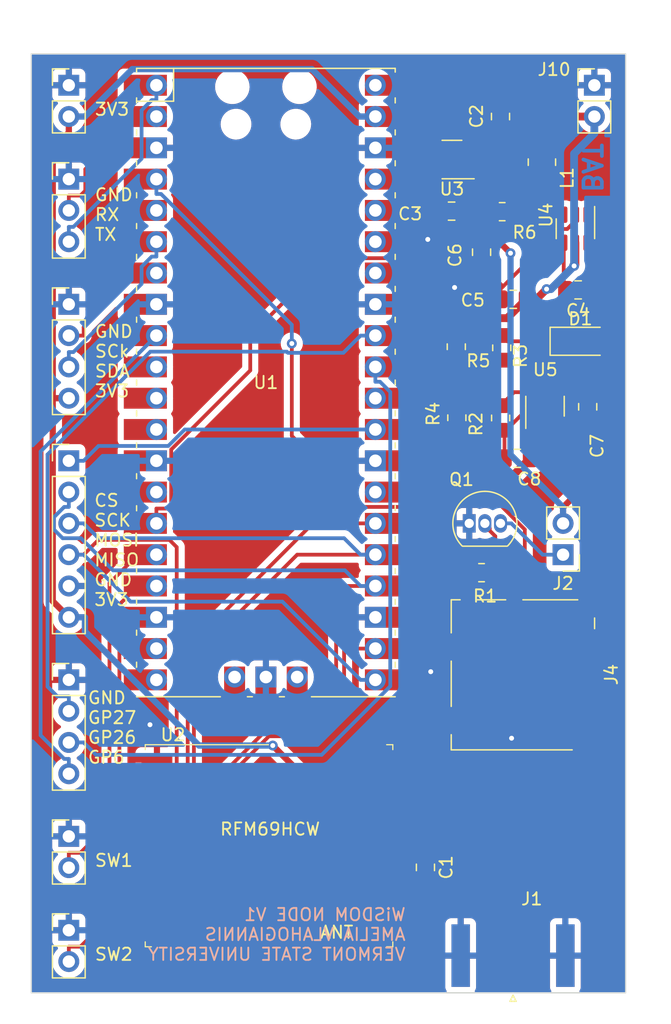
<source format=kicad_pcb>
(kicad_pcb (version 20221018) (generator pcbnew)
  (layers (0 "F.Cu" signal) (31 "B.Cu" signal) (34 "B.Paste" user) (35 "F.Paste" user) (36 "B.SilkS" user "B.Silkscreen") (37 "F.SilkS" user "F.Silkscreen") (38 "B.Mask" user) (39 "F.Mask" user) (44 "Edge.Cuts" user))
  (net 0 "")
  (net 1 "3V3")
  (net 2 "GND")
  (net 3 "Net-(U4-CPOS)")
  (net 4 "Net-(U4-CNEG)")
  (net 5 "Net-(U4-GND)")
  (net 6 "5V")
  (net 7 "CHG")
  (net 8 "Net-(U5-V_{SS})")
  (net 9 "BAT")
  (net 10 "Net-(D1-K)")
  (net 11 "/ANT")
  (net 12 "Net-(J2-Pin_1)")
  (net 13 "SD_CS")
  (net 14 "MOSI")
  (net 15 "SPI_SCK")
  (net 16 "MISO")
  (net 18 "UART_RX")
  (net 19 "UART_TX")
  (net 20 "I2C_SCK")
  (net 21 "I2C_SDA")
  (net 22 "SPI_CS")
  (net 23 "EXT_BTN")
  (net 24 "EXT_SW")
  (net 25 "GP27")
  (net 26 "GP26")
  (net 27 "GP6")
  (net 28 "Net-(U3-SW)")
  (net 29 "Net-(Q1-B)")
  (net 30 "TEROS_CTRL")
  (net 31 "Net-(U5-PROG)")
  (net 32 "Net-(U1-GPIO28_ADC2)")
  (net 33 "Net-(U1-GPIO11)")
  (net 34 "5V_CTRL")
  (net 42 "RFM_CS")
  (net 43 "RFM_RST")
  (footprint "RF_Module:HOPERF_RFM69HW" (layer "F.Cu") (at 70.104 115.062)
    (fp_text reference "U2")
    (fp_text value "RFM69HCW")
  )
  (footprint "Capacitor_SMD:C_0805_2012Metric_Pad1.18x1.45mm_HandSolder" (layer "F.Cu") (at 95.2029 69.9495 180)
    (fp_text reference "C4")
    (fp_text value "1uF" hide)
  )
  (footprint "Package_TO_SOT_SMD:SOT-23-6" (layer "F.Cu") (at 94.9824 64.9852 -90)
    (fp_text reference "U4")
    (fp_text value "CAT3200-5" hide)
  )
  (footprint "Resistor_SMD:R_0805_2012Metric_Pad1.20x1.40mm_HandSolder" (layer "F.Cu") (at 88.9115 80.3441 -90)
    (fp_text reference "R2")
    (fp_text value "2K" hide)
  )
  (footprint "PCM_Package_TO_SOT_THT_AKL:TO-92_Inline" (layer "F.Cu") (at 86.36 88.9)
    (fp_text reference "Q1")
    (fp_text value "2N3904" hide)
  )
  (footprint "Capacitor_SMD:C_0805_2012Metric_Pad1.18x1.45mm_HandSolder" (layer "F.Cu") (at 88.9 55.88 -90)
    (fp_text reference "C2")
    (fp_text value "10uF")
  )
  (footprint "Connector_Coaxial:SMA_Amphenol_132289_EdgeMount" (layer "F.Cu") (at 89.916 123.9805 90)
    (fp_text reference "J1")
    (fp_text value "Conn_Coaxial")
  )
  (footprint "Connector_PinHeader_2.54mm:PinHeader_1x02_P2.54mm_Vertical" (layer "F.Cu") (at 93.98 91.44 180)
    (fp_text reference "J2")
    (fp_text value "Conn_01x02_Pin" hide)
  )
  (footprint "Connector_PinHeader_2.54mm:PinHeader_1x02_P2.54mm_Vertical" (layer "F.Cu") (at 53.848 53.34)
    (fp_text reference "J3" hide)
    (fp_text value "Conn_01x02_Pin" hide)
  )
  (footprint "Connector_Card:microSD_HC_Molex_104031-0811" (layer "F.Cu") (at 90.7183 101.1709 -90)
    (fp_text reference "J4")
    (fp_text value "Micro_SD_Card" hide)
  )
  (footprint "Connector_PinHeader_2.54mm:PinHeader_1x03_P2.54mm_Vertical" (layer "F.Cu") (at 53.848 60.96)
    (fp_text reference "J5" hide)
    (fp_text value "Conn_01x03_Pin" hide)
  )
  (footprint "Package_TO_SOT_SMD:SOT-23-5" (layer "F.Cu") (at 92.5131 79.3891 90)
    (fp_text reference "U5")
    (fp_text value "MCP73831-2-OT" hide)
  )
  (footprint "Capacitor_SMD:C_0805_2012Metric_Pad1.18x1.45mm_HandSolder" (layer "F.Cu") (at 84.9288 63.5565 180)
    (fp_text reference "C3")
    (fp_text value "10uF" hide)
  )
  (footprint "Inductor_SMD:L_1008_2520Metric_Pad1.43x2.20mm_HandSolder" (layer "F.Cu") (at 92.2625 59.5825 -90)
    (fp_text reference "L1")
    (fp_text value "1uH" hide)
  )
  (footprint "Connector_PinHeader_2.54mm:PinHeader_1x04_P2.54mm_Vertical" (layer "F.Cu") (at 53.848 101.6)
    (fp_text reference "J11" hide)
    (fp_text value "Conn_01x04_Pin" hide)
  )
  (footprint "Resistor_SMD:R_0805_2012Metric_Pad1.20x1.40mm_HandSolder" (layer "F.Cu") (at 85.3548 80.325 90)
    (fp_text reference "R4")
    (fp_text value "470K" hide)
  )
  (footprint "Connector_PinHeader_2.54mm:PinHeader_1x02_P2.54mm_Vertical" (layer "F.Cu") (at 53.848 114.3)
    (fp_text reference "J8" hide)
    (fp_text value "Conn_01x02_Pin" hide)
  )
  (footprint "Connector_PinHeader_2.54mm:PinHeader_1x04_P2.54mm_Vertical" (layer "F.Cu") (at 53.848 71.12)
    (fp_text reference "J6" hide)
    (fp_text value "Conn_01x04_Pin" hide)
  )
  (footprint "Resistor_SMD:R_0805_2012Metric_Pad1.20x1.40mm_HandSolder" (layer "F.Cu") (at 87.36 92.9)
    (fp_text reference "R1")
    (fp_text value "1K" hide)
  )
  (footprint "Package_TO_SOT_SMD:TSOT-23-5" (layer "F.Cu") (at 84.9575 59.37 180)
    (fp_text reference "U3")
    (fp_text value "ADP2108AUJ-3.3" hide)
  )
  (footprint "Connector_PinHeader_2.54mm:PinHeader_1x02_P2.54mm_Vertical" (layer "F.Cu") (at 96.52 53.34)
    (fp_text reference "J10")
    (fp_text value "Conn_01x02_Pin")
  )
  (footprint "Connector_PinHeader_2.54mm:PinHeader_1x02_P2.54mm_Vertical" (layer "F.Cu") (at 53.848 121.92)
    (fp_text reference "J9" hide)
    (fp_text value "Conn_01x02_Pin" hide)
  )
  (footprint "LED_SMD:LED_1206_3216Metric_Pad1.42x1.75mm_HandSolder" (layer "F.Cu") (at 95.3875 74.12)
    (fp_text reference "D1")
    (fp_text value "LED" hide)
  )
  (footprint "MCU_RaspberryPi_and_Boards:RPi_Pico_SMD_TH" (layer "F.Cu") (at 69.85 77.47)
    (fp_text reference "U1")
    (fp_text value "Pico")
  )
  (footprint "Capacitor_SMD:C_0805_2012Metric_Pad1.18x1.45mm_HandSolder" (layer "F.Cu") (at 95.9797 79.4362 -90)
    (fp_text reference "C7")
    (fp_text value "4.7uF" hide)
  )
  (footprint "Capacitor_SMD:C_0805_2012Metric_Pad1.18x1.45mm_HandSolder" (layer "F.Cu") (at 82.804 116.8185 -90)
    (fp_text reference "C1")
    (fp_text value "0.1uF")
  )
  (footprint "Resistor_SMD:R_0805_2012Metric_Pad1.20x1.40mm_HandSolder" (layer "F.Cu") (at 85.3098 74.5623 90)
    (fp_text reference "R5")
    (fp_text value "470K" hide)
  )
  (footprint "Connector_PinHeader_2.54mm:PinHeader_1x06_P2.54mm_Vertical" (layer "F.Cu") (at 53.848 83.82)
    (fp_text reference "J7" hide)
    (fp_text value "Conn_01x06_Pin" hide)
  )
  (footprint "Resistor_SMD:R_0805_2012Metric_Pad1.20x1.40mm_HandSolder" (layer "F.Cu") (at 89.0015 74.6524 -90)
    (fp_text reference "R3")
    (fp_text value "470" hide)
  )
  (footprint "Capacitor_SMD:C_0805_2012Metric_Pad1.18x1.45mm_HandSolder" (layer "F.Cu") (at 87.3619 66.8901 -90)
    (fp_text reference "C6")
    (fp_text value "1uF" hide)
  )
  (footprint "Capacitor_SMD:C_0805_2012Metric_Pad1.18x1.45mm_HandSolder" (layer "F.Cu") (at 89.9335 70.7148 180)
    (fp_text reference "C5")
    (fp_text value "1uF" hide)
  )
  (footprint "Resistor_SMD:R_0805_2012Metric_Pad1.20x1.40mm_HandSolder" (layer "F.Cu") (at 89.0351 63.6015)
    (fp_text reference "R6")
    (fp_text value "10K" hide)
  )
  (footprint "Capacitor_SMD:C_0805_2012Metric_Pad1.18x1.45mm_HandSolder" (layer "F.Cu") (at 90.2601 83.6211 180)
    (fp_text reference "C8")
    (fp_text value "4.7uF" hide)
  )
  (gr_rect (start 50.8 50.8) (end 99.06 127) (stroke (width 0.1)) (fill none) (layer "Edge.Cuts"))
  (gr_text "5V SW" (at 98.393446 93.056154 90) (layer "F.Cu") (effects (font (size 1.5 1.5) (thickness 0.3) bold) (justify left bottom)))
  (gr_text "BAT" (at 95.43086 62.207971 -90) (layer "B.Cu") (effects (font (size 1.5 1.5) (thickness 0.3) bold) (justify left bottom mirror)))
  (gr_text "WiSDOM NODE V1\nAMELIA VLAHOGIANNIS\nVERMONT STATE UNIVERSITY" (at 81.28 124.46) (layer "B.SilkS") (effects (font (size 1 1)) (justify left bottom mirror)))
  (gr_text "ANT" (at 74.171866 122.669746) (layer "F.SilkS") (effects (font (size 1 1)) (justify left bottom)))
  (gr_text "GND\nRX\nTX" (at 55.88 66.04) (layer "F.SilkS") (effects (font (size 1 1)) (justify left bottom)))
  (gr_text "GND\nSCk\nSDA\n3V3\n" (at 55.88 78.74) (layer "F.SilkS") (effects (font (size 1 1)) (justify left bottom)))
  (gr_text "RFM69HCW" (at 66.04 114.3) (layer "F.SilkS") (effects (font (size 1 1)) (justify left bottom)))
  (gr_text "SW1\n" (at 55.88 116.84) (layer "F.SilkS") (effects (font (size 1 1)) (justify left bottom)))
  (gr_text "SW2" (at 55.88 124.46) (layer "F.SilkS") (effects (font (size 1 1)) (justify left bottom)))
  (gr_text "3V3" (at 55.88 55.88) (layer "F.SilkS") (effects (font (size 1 1)) (justify left bottom)))
  (gr_text "GND\nGP27\nGP26\nGP6\n" (at 55.31539 108.471648) (layer "F.SilkS") (effects (font (size 1 1)) (justify left bottom)))
  (gr_text "CS\nSCK\nMOSI\nMISO\nGND\n3V3" (at 55.832949 95.673829) (layer "F.SilkS") (effects (font (size 1 1)) (justify left bottom)))
  (segment (start 83.7998 61.828) (end 82.675 60.7032) (width 0.508) (layer "F.Cu") (net 1))
  (segment (start 79.204 114.062) (end 77.4981 114.062) (width 0.508) (layer "F.Cu") (net 1))
  (segment (start 87.7371 61.7857) (end 91.2218 61.7857) (width 0.508) (layer "F.Cu") (net 1))
  (segment (start 77.4981 114.0192) (end 70.4089 106.93) (width 0.508) (layer "F.Cu") (net 1))
  (segment (start 52.5421 58.4918) (end 53.848 57.1859) (width 0.508) (layer "F.Cu") (net 1))
  (segment (start 83.3835 58.8565) (end 83.82 58.42) (width 0.508) (layer "F.Cu") (net 1))
  (segment (start 52.5421 95.2141) (end 52.5421 78.74) (width 0.508) (layer "F.Cu") (net 1))
  (segment (start 91.2218 61.7857) (end 92.2625 60.745) (width 0.508) (layer "F.Cu") (net 1))
  (segment (start 52.5421 78.74) (end 52.5421 58.4918) (width 0.508) (layer "F.Cu") (net 1))
  (segment (start 53.848 55.88) (end 53.848 57.1859) (width 0.508) (layer "F.Cu") (net 1))
  (segment (start 79.8791 114.062) (end 79.204 114.062) (width 0.508) (layer "F.Cu") (net 1))
  (segment (start 82.675 59.565) (end 83.3835 58.8565) (width 0.508) (layer "F.Cu") (net 1))
  (segment (start 97.1742 107.7031) (end 89.0963 115.781) (width 0.508) (layer "F.Cu") (net 1))
  (segment (start 82.675 60.7032) (end 82.675 59.565) (width 0.508) (layer "F.Cu") (net 1))
  (segment (start 81.0851 114.0621) (end 80.9099 114.0621) (width 0.508) (layer "F.Cu") (net 1))
  (segment (start 89.0963 115.781) (end 82.804 115.781) (width 0.508) (layer "F.Cu") (net 1))
  (segment (start 78.74 55.88) (end 80.407 55.88) (width 0.508) (layer "F.Cu") (net 1))
  (segment (start 82.804 115.781) (end 81.0851 114.0621) (width 0.508) (layer "F.Cu") (net 1))
  (segment (start 79.8791 114.062) (end 80.9099 114.062) (width 0.508) (layer "F.Cu") (net 1))
  (segment (start 53.848 78.74) (end 52.5421 78.74) (width 0.508) (layer "F.Cu") (net 1))
  (segment (start 84.2378 61.828) (end 83.7998 61.828) (width 0.508) (layer "F.Cu") (net 1))
  (segment (start 80.9099 114.0621) (end 80.9099 114.062) (width 0.508) (layer "F.Cu") (net 1))
  (segment (start 77.4981 114.062) (end 77.4981 114.0192) (width 0.508) (layer "F.Cu") (net 1))
  (segment (start 96.1683 101.3659) (end 97.1742 101.3659) (width 0.508) (layer "F.Cu") (net 1))
  (segment (start 80.407 55.88) (end 83.3835 58.8565) (width 0.508) (layer "F.Cu") (net 1))
  (segment (start 97.1742 101.3659) (end 97.1742 107.7031) (width 0.508) (layer "F.Cu") (net 1))
  (segment (start 85.9663 63.5565) (end 84.2378 61.828) (width 0.508) (layer "F.Cu") (net 1))
  (segment (start 53.848 96.52) (end 52.5421 95.2141) (width 0.508) (layer "F.Cu") (net 1))
  (segment (start 85.9663 63.5565) (end 87.7371 61.7857) (width 0.508) (layer "F.Cu") (net 1))
  (via (at 70.4089 106.93) (size 0.8) (drill 0.4) (layers "F.Cu" "B.Cu") (net 1))
  (segment (start 53.848 55.88) (end 55.1539 55.88) (width 0.508) (layer "B.Cu") (net 1))
  (segment (start 53.848 96.52) (end 55.1539 96.52) (width 0.508) (layer "B.Cu") (net 1))
  (segment (start 55.1539 96.52) (end 55.1539 97.6627) (width 0.508) (layer "B.Cu") (net 1))
  (segment (start 55.1539 55.88) (end 59.0006 52.0333) (width 0.508) (layer "B.Cu") (net 1))
  (segment (start 78.74 55.88) (end 77.4341 55.88) (width 0.508) (layer "B.Cu") (net 1))
  (segment (start 59.0006 52.0333) (end 73.5874 52.0333) (width 0.508) (layer "B.Cu") (net 1))
  (segment (start 64.4212 106.93) (end 70.4089 106.93) (width 0.508) (layer "B.Cu") (net 1))
  (segment (start 73.5874 52.0333) (end 77.4341 55.88) (width 0.508) (layer "B.Cu") (net 1))
  (segment (start 55.1539 97.6627) (end 64.4212 106.93) (width 0.508) (layer "B.Cu") (net 1))
  (via (at 85.170626 69.754222) (size 0.8) (drill 0.4) (layers "F.Cu" "B.Cu") (net 2))
  (via (at 60.43858 105.239331) (size 0.8) (drill 0.4) (layers "F.Cu" "B.Cu") (net 2))
  (via (at 82.994617 65.852413) (size 0.8) (drill 0.4) (layers "F.Cu" "B.Cu") (net 2))
  (via (at 89.798132 106.33609) (size 0.8) (drill 0.4) (layers "F.Cu" "B.Cu") (net 2))
  (via (at 83.234512 100.935869) (size 0.8) (drill 0.4) (layers "F.Cu" "B.Cu") (net 2))
  (segment (start 96.2404 66.4307) (end 96.2404 69.9495) (width 0.3048) (layer "F.Cu") (net 3))
  (segment (start 95.9324 66.1227) (end 96.2404 66.4307) (width 0.3048) (layer "F.Cu") (net 3))
  (segment (start 94.0324 66.1227) (end 94.0324 69.8165) (width 0.3048) (layer "F.Cu") (net 4))
  (segment (start 94.0324 69.8165) (end 94.1654 69.9495) (width 0.3048) (layer "F.Cu") (net 4))
  (segment (start 89.1053 69.671) (end 88.896 69.8803) (width 0.3048) (layer "F.Cu") (net 5))
  (segment (start 93.768 65.0083) (end 94.3147 65.0083) (width 0.3048) (layer "F.Cu") (net 5))
  (segment (start 89.1053 69.671) (end 93.768 65.0083) (width 0.3048) (layer "F.Cu") (net 5))
  (segment (start 88.896 69.8803) (end 88.896 70.7148) (width 0.3048) (layer "F.Cu") (net 5))
  (segment (start 94.3147 65.0083) (end 94.9824 64.3406) (width 0.3048) (layer "F.Cu") (net 5))
  (segment (start 89.1053 69.671) (end 87.3619 67.9276) (width 0.3048) (layer "F.Cu") (net 5))
  (segment (start 94.9824 64.3406) (end 94.9824 63.8477) (width 0.3048) (layer "F.Cu") (net 5))
  (segment (start 93.98 87.5941) (end 98.0481 83.526) (width 0.508) (layer "F.Cu") (net 6))
  (segment (start 98.0481 83.526) (end 98.0481 65.9634) (width 0.508) (layer "F.Cu") (net 6))
  (segment (start 98.0481 65.9634) (end 95.9324 63.8477) (width 0.508) (layer "F.Cu") (net 6))
  (segment (start 89.7124 66.9697) (end 88.5953 65.8526) (width 0.508) (layer "F.Cu") (net 6))
  (segment (start 93.98 88.9) (end 93.98 87.5941) (width 0.508) (layer "F.Cu") (net 6))
  (segment (start 88.5953 65.8526) (end 87.3619 65.8526) (width 0.508) (layer "F.Cu") (net 6))
  (via (at 89.7124 66.9697) (size 0.8) (drill 0.4) (layers "F.Cu" "B.Cu") (net 6))
  (segment (start 89.7124 83.3265) (end 89.7124 66.9697) (width 0.508) (layer "B.Cu") (net 6))
  (segment (start 93.98 88.9) (end 93.98 87.5941) (width 0.508) (layer "B.Cu") (net 6))
  (segment (start 93.98 87.5941) (end 89.7124 83.3265) (width 0.508) (layer "B.Cu") (net 6))
  (segment (start 96.875 77.3563) (end 96.875 74.12) (width 0.635) (layer "F.Cu") (net 7))
  (segment (start 95.9797 78.2516) (end 96.875 77.3563) (width 0.635) (layer "F.Cu") (net 7))
  (segment (start 95.9797 78.2516) (end 95.9797 78.3987) (width 0.635) (layer "F.Cu") (net 7))
  (segment (start 93.4631 78.2516) (end 95.9797 78.2516) (width 0.635) (layer "F.Cu") (net 7))
  (segment (start 91.961 79.5079) (end 92.5131 80.06) (width 0.3048) (layer "F.Cu") (net 8))
  (segment (start 89.0351 81.4677) (end 89.2226 81.4677) (width 0.3048) (layer "F.Cu") (net 8))
  (segment (start 88.9115 81.3441) (end 89.0351 81.4677) (width 0.3048) (layer "F.Cu") (net 8))
  (segment (start 89.2226 81.4677) (end 89.2226 83.6211) (width 0.3048) (layer "F.Cu") (net 8))
  (segment (start 91.1824 79.5079) (end 91.961 79.5079) (width 0.3048) (layer "F.Cu") (net 8))
  (segment (start 94.979 79.473) (end 95.9797 80.4737) (width 0.3048) (layer "F.Cu") (net 8))
  (segment (start 92.5131 80.5266) (end 92.5131 80.06) (width 0.3048) (layer "F.Cu") (net 8))
  (segment (start 92.5131 80.06) (end 93.1001 79.473) (width 0.3048) (layer "F.Cu") (net 8))
  (segment (start 93.1001 79.473) (end 94.979 79.473) (width 0.3048) (layer "F.Cu") (net 8))
  (segment (start 89.2226 81.4677) (end 91.1824 79.5079) (width 0.3048) (layer "F.Cu") (net 8))
  (segment (start 85.3548 81.6566) (end 85.3548 81.325) (width 0.635) (layer "F.Cu") (net 9))
  (segment (start 86.095 58.42) (end 86.095 57.7351) (width 0.635) (layer "F.Cu") (net 9))
  (segment (start 88.5168 72.2426) (end 89.4432 72.2426) (width 0.635) (layer "F.Cu") (net 9))
  (segment (start 90.971 70.7148) (end 91.8104 70.7148) (width 0.635) (layer "F.Cu") (net 9))
  (segment (start 92.9545 81.7319) (end 93.4631 81.2233) (width 0.635) (layer "F.Cu") (net 9))
  (segment (start 91.5631 81.7319) (end 91.5631 83.3556) (width 0.635) (layer "F.Cu") (net 9))
  (segment (start 94.2007 54.9301) (end 95.1506 55.88) (width 0.635) (layer "F.Cu") (net 9))
  (segment (start 85.459 60.32) (end 86.095 60.32) (width 0.601) (layer "F.Cu") (net 9))
  (segment (start 94.9824 67.8973) (end 94.9824 66.1227) (width 0.635) (layer "F.Cu") (net 9))
  (segment (start 88.6045 84.9063) (end 85.3548 81.6566) (width 0.635) (layer "F.Cu") (net 9))
  (segment (start 94.8751 68.0046) (end 94.9824 67.8973) (width 0.635) (layer "F.Cu") (net 9))
  (segment (start 87.1331 77.5208) (end 87.1331 79.5467) (width 0.635) (layer "F.Cu") (net 9))
  (segment (start 86.095 57.7351) (end 88.9 54.9301) (width 0.635) (layer "F.Cu") (net 9))
  (segment (start 89.0015 75.6524) (end 87.1331 77.5208) (width 0.635) (layer "F.Cu") (net 9))
  (segment (start 93.4631 81.2233) (end 93.4631 80.5266) (width 0.635) (layer "F.Cu") (net 9))
  (segment (start 88.9 54.9301) (end 88.9 54.8425) (width 0.635) (layer "F.Cu") (net 9))
  (segment (start 91.8104 70.7148) (end 92.6408 69.8844) (width 0.635) (layer "F.Cu") (net 9))
  (segment (start 84.8841 59.5177) (end 84.6117 59.2453) (width 0.635) (layer "F.Cu") (net 9))
  (segment (start 85.437 58.42) (end 86.095 58.42) (width 0.601) (layer "F.Cu") (net 9))
  (segment (start 88.9 54.9301) (end 94.2007 54.9301) (width 0.635) (layer "F.Cu") (net 9))
  (segment (start 84.6117 59.2453) (end 85.437 58.42) (width 0.601) (layer "F.Cu") (net 9))
  (segment (start 87.1331 79.5467) (end 85.3548 81.325) (width 0.635) (layer "F.Cu") (net 9))
  (segment (start 91.5631 83.3556) (end 91.2976 83.6211) (width 0.635) (layer "F.Cu") (net 9))
  (segment (start 84.8841 59.7451) (end 85.459 60.32) (width 0.601) (layer "F.Cu") (net 9))
  (segment (start 96.52 55.88) (end 95.1506 55.88) (width 0.635) (layer "F.Cu") (net 9))
  (segment (start 84.8841 59.7359) (end 84.8841 59.7451) (width 0.601) (layer "F.Cu") (net 9))
  (segment (start 87.7546 74.4055) (end 87.7546 73.0048) (width 0.635) (layer "F.Cu") (net 9))
  (segment (start 91.5631 81.7319) (end 92.9545 81.7319) (width 0.635) (layer "F.Cu") (net 9))
  (segment (start 91.2976 83.6211) (end 90.0124 84.9063) (width 0.635) (layer "F.Cu") (net 9))
  (segment (start 90.0124 84.9063) (end 88.6045 84.9063) (width 0.635) (layer "F.Cu") (net 9))
  (segment (start 89.4432 72.2426) (end 90.971 70.7148) (width 0.635) (layer "F.Cu") (net 9))
  (segment (start 87.7546 73.0048) (end 88.5168 72.2426) (width 0.635) (layer "F.Cu") (net 9))
  (segment (start 91.5631 81.7319) (end 91.5631 80.5266) (width 0.635) (layer "F.Cu") (net 9))
  (segment (start 84.8841 59.7359) (end 84.8841 59.5177) (width 0.635) (layer "F.Cu") (net 9))
  (segment (start 89.0015 75.6524) (end 87.7546 74.4055) (width 0.635) (layer "F.Cu") (net 9))
  (via (at 94.8751 68.0046) (size 0.8) (drill 0.4) (layers "F.Cu" "B.Cu") (net 9))
  (via (at 92.6408 69.8844) (size 0.8) (drill 0.4) (layers "F.Cu" "B.Cu") (net 9))
  (segment (start 92.9953 69.8844) (end 94.8751 68.0046) (width 0.635) (layer "B.Cu") (net 9))
  (segment (start 96.52 57.2494) (end 94.8751 58.8943) (width 0.635) (layer "B.Cu") (net 9))
  (segment (start 94.8751 58.8943) (end 94.8751 68.0046) (width 0.635) (layer "B.Cu") (net 9))
  (segment (start 96.52 55.88) (end 96.52 57.2494) (width 0.635) (layer "B.Cu") (net 9))
  (segment (start 92.6408 69.8844) (end 92.9953 69.8844) (width 0.635) (layer "B.Cu") (net 9))
  (segment (start 89.4691 74.12) (end 89.0015 73.6524) (width 0.3048) (layer "F.Cu") (net 10))
  (segment (start 93.9 74.12) (end 89.4691 74.12) (width 0.3048) (layer "F.Cu") (net 10))
  (segment (start 89.916 123.9805) (end 89.916 119.38) (width 0.635) (layer "F.Cu") (net 11))
  (segment (start 81.7877 122.062) (end 79.204 122.062) (width 0.635) (layer "F.Cu") (net 11))
  (segment (start 89.916 119.38) (end 84.4697 119.38) (width 0.635) (layer "F.Cu") (net 11))
  (segment (start 84.4697 119.38) (end 81.7877 122.062) (width 0.635) (layer "F.Cu") (net 11))
  (segment (start 93.98 91.44) (end 92.3193 91.44) (width 0.3048) (layer "B.Cu") (net 12))
  (segment (start 88.9 88.9) (end 89.7793 88.9) (width 0.3048) (layer "B.Cu") (net 12))
  (segment (start 92.3193 91.44) (end 89.7793 88.9) (width 0.3048) (layer "B.Cu") (net 12))
  (segment (start 96.1683 99.1659) (end 95.264 99.1659) (width 0.3048) (layer "F.Cu") (net 13))
  (segment (start 90.8711 94.2508) (end 95.264 98.6437) (width 0.3048) (layer "F.Cu") (net 13))
  (segment (start 87.8382 86.36) (end 90.8711 89.3929) (width 0.3048) (layer "F.Cu") (net 13))
  (segment (start 90.8711 89.3929) (end 90.8711 94.2508) (width 0.3048) (layer "F.Cu") (net 13))
  (segment (start 78.74 86.36) (end 87.8382 86.36) (width 0.3048) (layer "F.Cu") (net 13))
  (segment (start 95.264 98.6437) (end 95.264 99.1659) (width 0.3048) (layer "F.Cu") (net 13))
  (segment (start 86.9527 94.3946) (end 86.159 94.3946) (width 0.3048) (layer "F.Cu") (net 14))
  (segment (start 92.824 100.2659) (end 86.9527 94.3946) (width 0.3048) (layer "F.Cu") (net 14))
  (segment (start 83.8065 92.0421) (end 78.74 92.0421) (width 0.3048) (layer "F.Cu") (net 14))
  (segment (start 64.0048 110.126395) (end 64.0048 99.8252) (width 0.3048) (layer "F.Cu") (net 14))
  (segment (start 61.004 112.062) (end 62.069195 112.062) (width 0.3048) (layer "F.Cu") (net 14))
  (segment (start 62.069195 112.062) (end 64.0048 110.126395) (width 0.3048) (layer "F.Cu") (net 14))
  (segment (start 64.0048 99.8252) (end 72.39 91.44) (width 0.3048) (layer "F.Cu") (net 14))
  (segment (start 96.1683 100.2659) (end 92.824 100.2659) (width 0.3048) (layer "F.Cu") (net 14))
  (segment (start 72.39 91.44) (end 78.74 91.44) (width 0.3048) (layer "F.Cu") (net 14))
  (segment (start 86.159 94.3946) (end 83.8065 92.0421) (width 0.3048) (layer "F.Cu") (net 14))
  (segment (start 78.74 91.44) (end 78.74 92.0421) (width 0.3048) (layer "F.Cu") (net 14))
  (segment (start 78.74 91.44) (end 77.5357 91.44) (width 0.3048) (layer "B.Cu") (net 14))
  (segment (start 76.2 90.1043) (end 77.5357 91.44) (width 0.3048) (layer "B.Cu") (net 14))
  (segment (start 55.0523 88.9) (end 56.2566 90.1043) (width 0.3048) (layer "B.Cu") (net 14))
  (segment (start 56.2566 90.1043) (end 76.2 90.1043) (width 0.3048) (layer "B.Cu") (net 14))
  (segment (start 53.848 88.9) (end 55.0523 88.9) (width 0.3048) (layer "B.Cu") (net 14))
  (segment (start 73.657554 104.12055) (end 75.554052 102.224052) (width 0.3048) (layer "F.Cu") (net 15))
  (segment (start 61.004 114.062) (end 61.4929 114.062) (width 0.3048) (layer "F.Cu") (net 15))
  (segment (start 75.554052 102.224052) (end 75.554052 94.625948) (width 0.3048) (layer "F.Cu") (net 15))
  (segment (start 78.74 93.98) (end 78.74 94.5821) (width 0.3048) (layer "F.Cu") (net 15))
  (segment (start 69.886 105.6689) (end 72.0922 105.6689) (width 0.3048) (layer "F.Cu") (net 15))
  (segment (start 72.0922 105.6689) (end 73.64055 104.12055) (width 0.3048) (layer "F.Cu") (net 15))
  (segment (start 75.554052 94.625948) (end 76.2 93.98) (width 0.3048) (layer "F.Cu") (net 15))
  (segment (start 73.64055 104.12055) (end 73.657554 104.12055) (width 0.3048) (layer "F.Cu") (net 15))
  (segment (start 78.74 94.5821) (end 83.1402 94.5821) (width 0.3048) (layer "F.Cu") (net 15))
  (segment (start 83.1402 94.5821) (end 91.024 102.4659) (width 0.3048) (layer "F.Cu") (net 15))
  (segment (start 61.4929 114.062) (end 69.886 105.6689) (width 0.3048) (layer "F.Cu") (net 15))
  (segment (start 73.64055 104.12055) (end 73.7666 103.9945) (width 0.3048) (layer "F.Cu") (net 15))
  (segment (start 91.024 102.4659) (end 96.1683 102.4659) (width 0.3048) (layer "F.Cu") (net 15))
  (segment (start 76.2 93.98) (end 78.74 93.98) (width 0.3048) (layer "F.Cu") (net 15))
  (segment (start 57.4421 92.7096) (end 54.8368 90.1043) (width 0.3048) (layer "B.Cu") (net 15))
  (segment (start 53.848 86.36) (end 53.848 87.5643) (width 0.3048) (layer "B.Cu") (net 15))
  (segment (start 78.74 93.98) (end 77.5357 93.98) (width 0.3048) (layer "B.Cu") (net 15))
  (segment (start 76.2653 92.7096) (end 57.4421 92.7096) (width 0.3048) (layer "B.Cu") (net 15))
  (segment (start 53.3477 90.1043) (end 52.634 89.3906) (width 0.3048) (layer "B.Cu") (net 15))
  (segment (start 53.4717 87.5643) (end 53.848 87.5643) (width 0.3048) (layer "B.Cu") (net 15))
  (segment (start 54.8368 90.1043) (end 53.3477 90.1043) (width 0.3048) (layer "B.Cu") (net 15))
  (segment (start 52.634 89.3906) (end 52.634 88.402) (width 0.3048) (layer "B.Cu") (net 15))
  (segment (start 77.5357 93.98) (end 76.2653 92.7096) (width 0.3048) (layer "B.Cu") (net 15))
  (segment (start 52.634 88.402) (end 53.4717 87.5643) (width 0.3048) (layer "B.Cu") (net 15))
  (segment (start 89.182493 104.6659) (end 96.1683 104.6659) (width 0.3048) (layer "F.Cu") (net 16))
  (segment (start 79.9443 101.6) (end 81.585 103.2407) (width 0.3048) (layer "F.Cu") (net 16))
  (segment (start 62.6083 90.8279) (end 62.0161 90.2357) (width 0.3048) (layer "F.Cu") (net 16))
  (segment (start 56.2566 90.2357) (end 55.0523 91.44) (width 0.3048) (layer "F.Cu") (net 16))
  (segment (start 87.757293 103.2407) (end 89.182493 104.6659) (width 0.3048) (layer "F.Cu") (net 16))
  (segment (start 62.6083 110.062) (end 62.6083 90.8279) (width 0.3048) (layer "F.Cu") (net 16))
  (segment (start 81.585 103.2407) (end 87.757293 103.2407) (width 0.3048) (layer "F.Cu") (net 16))
  (segment (start 78.74 101.6) (end 79.9443 101.6) (width 0.3048) (layer "F.Cu") (net 16))
  (segment (start 53.848 91.44) (end 55.0523 91.44) (width 0.3048) (layer "F.Cu") (net 16))
  (segment (start 62.0161 90.2357) (end 56.2566 90.2357) (width 0.3048) (layer "F.Cu") (net 16))
  (segment (start 61.004 110.062) (end 62.6083 110.062) (width 0.3048) (layer "F.Cu") (net 16))
  (segment (start 58.8624 95.2501) (end 55.0523 91.44) (width 0.3048) (layer "B.Cu") (net 16))
  (segment (start 78.74 101.6) (end 77.5357 101.6) (width 0.3048) (layer "B.Cu") (net 16))
  (segment (start 53.848 91.44) (end 55.0523 91.44) (width 0.3048) (layer "B.Cu") (net 16))
  (segment (start 77.5357 101.6) (end 71.1858 95.2501) (width 0.3048) (layer "B.Cu") (net 16))
  (segment (start 71.1858 95.2501) (end 58.8624 95.2501) (width 0.3048) (layer "B.Cu") (net 16))
  (segment (start 54.7878 62.2957) (end 53.848 62.2957) (width 0.3048) (layer "F.Cu") (net 18))
  (segment (start 59.4586 55.88) (end 55.1852 60.1534) (width 0.3048) (layer "F.Cu") (net 18))
  (segment (start 53.848 63.5) (end 53.848 62.2957) (width 0.3048) (layer "F.Cu") (net 18))
  (segment (start 55.1852 60.1534) (end 55.1852 61.8983) (width 0.3048) (layer "F.Cu") (net 18))
  (segment (start 55.1852 61.8983) (end 54.7878 62.2957) (width 0.3048) (layer "F.Cu") (net 18))
  (segment (start 60.96 55.88) (end 59.4586 55.88) (width 0.3048) (layer "F.Cu") (net 18))
  (segment (start 53.848 66.04) (end 53.848 64.8357) (width 0.3048) (layer "B.Cu") (net 19))
  (segment (start 59.7557 59.3023) (end 54.2223 64.8357) (width 0.3048) (layer "B.Cu") (net 19))
  (segment (start 59.7557 55.3722) (end 59.7557 59.3023) (width 0.3048) (layer "B.Cu") (net 19))
  (segment (start 60.5836 54.5443) (end 59.7557 55.3722) (width 0.3048) (layer "B.Cu") (net 19))
  (segment (start 54.2223 64.8357) (end 53.848 64.8357) (width 0.3048) (layer "B.Cu") (net 19))
  (segment (start 60.96 54.5443) (end 60.5836 54.5443) (width 0.3048) (layer "B.Cu") (net 19))
  (segment (start 60.96 53.34) (end 60.96 54.5443) (width 0.3048) (layer "B.Cu") (net 19))
  (segment (start 60.96 68.58) (end 59.4569 68.58) (width 0.3048) (layer "F.Cu") (net 20))
  (segment (start 59.4569 68.58) (end 55.0523 72.9846) (width 0.3048) (layer "F.Cu") (net 20))
  (segment (start 55.0523 72.9846) (end 55.0523 73.66) (width 0.3048) (layer "F.Cu") (net 20))
  (segment (start 53.848 73.66) (end 55.0523 73.66) (width 0.3048) (layer "F.Cu") (net 20))
  (segment (start 59.7557 69.4623) (end 54.2223 74.9957) (width 0.3048) (layer "B.Cu") (net 21))
  (segment (start 60.96 67.2443) (end 60.5836 67.2443) (width 0.3048) (layer "B.Cu") (net 21))
  (segment (start 60.5836 67.2443) (end 59.7557 68.0722) (width 0.3048) (layer "B.Cu") (net 21))
  (segment (start 54.2223 74.9957) (end 53.848 74.9957) (width 0.3048) (layer "B.Cu") (net 21))
  (segment (start 60.96 66.04) (end 60.96 67.2443) (width 0.3048) (layer "B.Cu") (net 21))
  (segment (start 59.7557 68.0722) (end 59.7557 69.4623) (width 0.3048) (layer "B.Cu") (net 21))
  (segment (start 53.848 76.2) (end 53.848 74.9957) (width 0.3048) (layer "B.Cu") (net 21))
  (segment (start 61.9263 82.6157) (end 63.262 81.28) (width 0.3048) (layer "B.Cu") (net 22))
  (segment (start 63.262 81.28) (end 77.5357 81.28) (width 0.3048) (layer "B.Cu") (net 22))
  (segment (start 78.74 81.28) (end 77.5357 81.28) (width 0.3048) (layer "B.Cu") (net 22))
  (segment (start 56.2566 82.6157) (end 61.9263 82.6157) (width 0.3048) (layer "B.Cu") (net 22))
  (segment (start 53.848 83.82) (end 55.0523 83.82) (width 0.3048) (layer "B.Cu") (net 22))
  (segment (start 55.0523 83.82) (end 56.2566 82.6157) (width 0.3048) (layer "B.Cu") (net 22))
  (segment (start 57.15 93.7486) (end 57.15 113.2735) (width 0.3048) (layer "F.Cu") (net 23))
  (segment (start 60.96 91.44) (end 59.4586 91.44) (width 0.3048) (layer "F.Cu") (net 23))
  (segment (start 53.848 115.6357) (end 53.848 116.84) (width 0.3048) (layer "F.Cu") (net 23))
  (segment (start 59.4586 91.44) (end 57.15 93.7486) (width 0.3048) (layer "F.Cu") (net 23))
  (segment (start 57.15 113.2735) (end 54.7878 115.6357) (width 0.3048) (layer "F.Cu") (net 23))
  (segment (start 54.7878 115.6357) (end 53.848 115.6357) (width 0.3048) (layer "F.Cu") (net 23))
  (segment (start 54.7878 123.2557) (end 53.848 123.2557) (width 0.3048) (layer "F.Cu") (net 24))
  (segment (start 59.4586 93.98) (end 57.9557 95.4829) (width 0.3048) (layer "F.Cu") (net 24))
  (segment (start 57.9557 120.0878) (end 54.7878 123.2557) (width 0.3048) (layer "F.Cu") (net 24))
  (segment (start 53.848 124.46) (end 53.848 123.2557) (width 0.3048) (layer "F.Cu") (net 24))
  (segment (start 57.9557 95.4829) (end 57.9557 120.0878) (width 0.3048) (layer "F.Cu") (net 24))
  (segment (start 60.96 93.98) (end 59.4586 93.98) (width 0.3048) (layer "F.Cu") (net 24))
  (segment (start 53.848 104.14) (end 53.848 102.9357) (width 0.3048) (layer "B.Cu") (net 25))
  (segment (start 53.848 102.9357) (end 52.9081 102.9357) (width 0.3048) (layer "B.Cu") (net 25))
  (segment (start 78.74 73.66) (end 77.5357 73.66) (width 0.3048) (layer "B.Cu") (net 25))
  (segment (start 52.1193 83.3086) (end 60.4674 74.9605) (width 0.3048) (layer "B.Cu") (net 25))
  (segment (start 71.6411 75.0567) (end 76.139 75.0567) (width 0.3048) (layer "B.Cu") (net 25))
  (segment (start 60.4674 74.9605) (end 71.5449 74.9605) (width 0.3048) (layer "B.Cu") (net 25))
  (segment (start 52.9081 102.9357) (end 52.1193 102.1469) (width 0.3048) (layer "B.Cu") (net 25))
  (segment (start 76.139 75.0567) (end 77.5357 73.66) (width 0.3048) (layer "B.Cu") (net 25))
  (segment (start 52.1193 102.1469) (end 52.1193 83.3086) (width 0.3048) (layer "B.Cu") (net 25))
  (segment (start 71.5449 74.9605) (end 71.6411 75.0567) (width 0.3048) (layer "B.Cu") (net 25))
  (segment (start 74.3792 107.6843) (end 79.948 102.1155) (width 0.3048) (layer "B.Cu") (net 26))
  (segment (start 79.948 102.1155) (end 79.948 78.236) (width 0.3048) (layer "B.Cu") (net 26))
  (segment (start 55.0523 106.68) (end 56.0566 107.6843) (width 0.3048) (layer "B.Cu") (net 26))
  (segment (start 53.848 106.68) (end 55.0523 106.68) (width 0.3048) (layer "B.Cu") (net 26))
  (segment (start 79.948 78.236) (end 79.1163 77.4043) (width 0.3048) (layer "B.Cu") (net 26))
  (segment (start 78.74 76.2) (end 78.74 77.4043) (width 0.3048) (layer "B.Cu") (net 26))
  (segment (start 56.0566 107.6843) (end 74.3792 107.6843) (width 0.3048) (layer "B.Cu") (net 26))
  (segment (start 79.1163 77.4043) (end 78.74 77.4043) (width 0.3048) (layer "B.Cu") (net 26))
  (segment (start 51.5569 83.0631) (end 51.5569 106.0989) (width 0.3048) (layer "B.Cu") (net 27))
  (segment (start 53.4737 108.0157) (end 53.848 108.0157) (width 0.3048) (layer "B.Cu") (net 27))
  (segment (start 53.848 109.22) (end 53.848 108.0157) (width 0.3048) (layer "B.Cu") (net 27))
  (segment (start 51.5569 106.0989) (end 53.4737 108.0157) (width 0.3048) (layer "B.Cu") (net 27))
  (segment (start 60.96 73.66) (end 51.5569 83.0631) (width 0.3048) (layer "B.Cu") (net 27))
  (segment (start 89.7076 60.9749) (end 84.4749 60.9749) (width 0.3048) (layer "F.Cu") (net 28))
  (segment (start 92.2625 58.42) (end 89.7076 60.9749) (width 0.3048) (layer "F.Cu") (net 28))
  (segment (start 84.4749 60.9749) (end 83.82 60.32) (width 0.3048) (layer "F.Cu") (net 28))
  (segment (start 87.63 88.9) (end 88.0226 89.2926) (width 0.3048) (layer "F.Cu") (net 29))
  (segment (start 88.476125 92.783875) (end 88.36 92.9) (width 0.3048) (layer "F.Cu") (net 29))
  (segment (start 88.0226 89.2926) (end 88.0226 89.487998) (width 0.3048) (layer "F.Cu") (net 29))
  (segment (start 88.476125 89.941523) (end 88.476125 92.783875) (width 0.3048) (layer "F.Cu") (net 29))
  (segment (start 88.0226 89.487998) (end 88.476125 89.941523) (width 0.3048) (layer "F.Cu") (net 29))
  (segment (start 77.72 87.5643) (end 81.4253 87.5643) (width 0.3048) (layer "F.Cu") (net 30))
  (segment (start 86.36 92.499) (end 86.36 92.9) (width 0.3048) (layer "F.Cu") (net 30))
  (segment (start 71.9534 74.3024) (end 71.9534 81.7977) (width 0.3048) (layer "F.Cu") (net 30))
  (segment (start 71.9534 81.7977) (end 77.72 87.5643) (width 0.3048) (layer "F.Cu") (net 30))
  (segment (start 81.4253 87.5643) (end 86.36 92.499) (width 0.3048) (layer "F.Cu") (net 30))
  (via (at 71.9534 74.3024) (size 0.8) (drill 0.4) (layers "F.Cu" "B.Cu") (net 30))
  (segment (start 60.96 60.96) (end 60.96 62.1643) (width 0.3048) (layer "B.Cu") (net 30))
  (segment (start 71.9534 72.7814) (end 71.9534 74.3024) (width 0.3048) (layer "B.Cu") (net 30))
  (segment (start 60.96 62.1643) (end 61.3363 62.1643) (width 0.3048) (layer "B.Cu") (net 30))
  (segment (start 61.3363 62.1643) (end 71.9534 72.7814) (width 0.3048) (layer "B.Cu") (net 30))
  (segment (start 91.5631 78.2516) (end 90.004 78.2516) (width 0.3048) (layer "F.Cu") (net 31))
  (segment (start 90.004 78.2516) (end 88.9115 79.3441) (width 0.3048) (layer "F.Cu") (net 31))
  (segment (start 85.3548 79.325) (end 85.3098 79.28) (width 0.3048) (layer "F.Cu") (net 32))
  (segment (start 78.74 68.58) (end 80.2211 68.58) (width 0.3048) (layer "F.Cu") (net 32))
  (segment (start 83.1023 71.4612) (end 83.1023 73.3548) (width 0.3048) (layer "F.Cu") (net 32))
  (segment (start 80.2211 68.58) (end 83.1023 71.4612) (width 0.3048) (layer "F.Cu") (net 32))
  (segment (start 85.3098 79.28) (end 85.3098 75.5623) (width 0.3048) (layer "F.Cu") (net 32))
  (segment (start 83.1023 73.3548) (end 85.3098 75.5623) (width 0.3048) (layer "F.Cu") (net 32))
  (segment (start 62.1643 82.8997) (end 68.58 76.484) (width 0.3048) (layer "F.Cu") (net 33))
  (segment (start 62.1643 87.3947) (end 62.1643 82.8997) (width 0.3048) (layer "F.Cu") (net 33))
  (segment (start 74.8643 67.3757) (end 83.993 67.3757) (width 0.3048) (layer "F.Cu") (net 33))
  (segment (start 68.58 73.66) (end 74.8643 67.3757) (width 0.3048) (layer "F.Cu") (net 33))
  (segment (start 60.96 87.6957) (end 61.8633 87.6957) (width 0.3048) (layer "F.Cu") (net 33))
  (segment (start 87.7672 63.6015) (end 88.0351 63.6015) (width 0.3048) (layer "F.Cu") (net 33))
  (segment (start 61.8633 87.6957) (end 62.1643 87.3947) (width 0.3048) (layer "F.Cu") (net 33))
  (segment (start 60.96 88.9) (end 60.96 87.6957) (width 0.3048) (layer "F.Cu") (net 33))
  (segment (start 68.58 76.484) (end 68.58 73.66) (width 0.3048) (layer "F.Cu") (net 33))
  (segment (start 83.993 67.3757) (end 87.7672 63.6015) (width 0.3048) (layer "F.Cu") (net 33))
  (segment (start 90.0351 63.6015) (end 93.7862 63.6015) (width 0.3048) (layer "F.Cu") (net 34))
  (segment (start 93.7862 63.6015) (end 94.0324 63.8477) (width 0.3048) (layer "F.Cu") (net 34))
  (segment (start 61.004 116.062) (end 62.6083 116.062) (width 0.3048) (layer "F.Cu") (net 42))
  (segment (start 62.6083 116.062) (end 62.6083 113.6632) (width 0.3048) (layer "F.Cu") (net 42))
  (segment (start 62.6083 113.6632) (end 70.0959 106.1756) (width 0.3048) (layer "F.Cu") (net 42))
  (segment (start 70.0959 106.1756) (end 72.3164 106.1756) (width 0.3048) (layer "F.Cu") (net 42))
  (segment (start 72.3164 106.1756) (end 76.2 102.292) (width 0.3048) (layer "F.Cu") (net 42))
  (segment (start 76.2 102.292) (end 76.2 99.06) (width 0.3048) (layer "F.Cu") (net 42))
  (segment (start 76.2 99.06) (end 78.74 99.06) (width 0.3048) (layer "F.Cu") (net 42))
  (segment (start 63.5 99.06) (end 73.66 88.9) (width 0.3048) (layer "F.Cu") (net 43))
  (segment (start 73.66 88.9) (end 78.74 88.9) (width 0.3048) (layer "F.Cu") (net 43))
  (segment (start 59.3997 111.3611) (end 59.6988 111.062) (width 0.3048) (layer "F.Cu") (net 43))
  (segment (start 61.004 118.062) (end 59.3997 118.062) (width 0.3048) (layer "F.Cu") (net 43))
  (segment (start 63.5 109.9173) (end 63.5 99.06) (width 0.3048) (layer "F.Cu") (net 43))
  (segment (start 62.3553 111.062) (end 63.5 109.9173) (width 0.3048) (layer "F.Cu") (net 43))
  (segment (start 59.3997 118.062) (end 59.3997 111.3611) (width 0.3048) (layer "F.Cu") (net 43))
  (segment (start 59.6988 111.062) (end 62.3553 111.062) (width 0.3048) (layer "F.Cu") (net 43))
  (zone (net 2) (net_name "GND") (layer "F.Cu") (connect_pads (clearance 0.5)) (min_thickness 0.25) (fill yes (thermal_gap 0.5) (thermal_bridge_width 0.5))
    (polygon (pts (xy 48.26 48.26) (xy 101.6 48.26) (xy 101.6 129.54) (xy 48.26 129.54)))
  )
  (zone (net 2) (net_name "GND") (layer "B.Cu") (priority 1) (connect_pads (clearance 0.5)) (min_thickness 0.25) (fill yes (thermal_gap 0.5) (thermal_bridge_width 0.5))
    (polygon (pts (xy 50.8 50.8) (xy 99.06 50.8) (xy 99.06 127) (xy 50.8 127)))
  )
)
</source>
